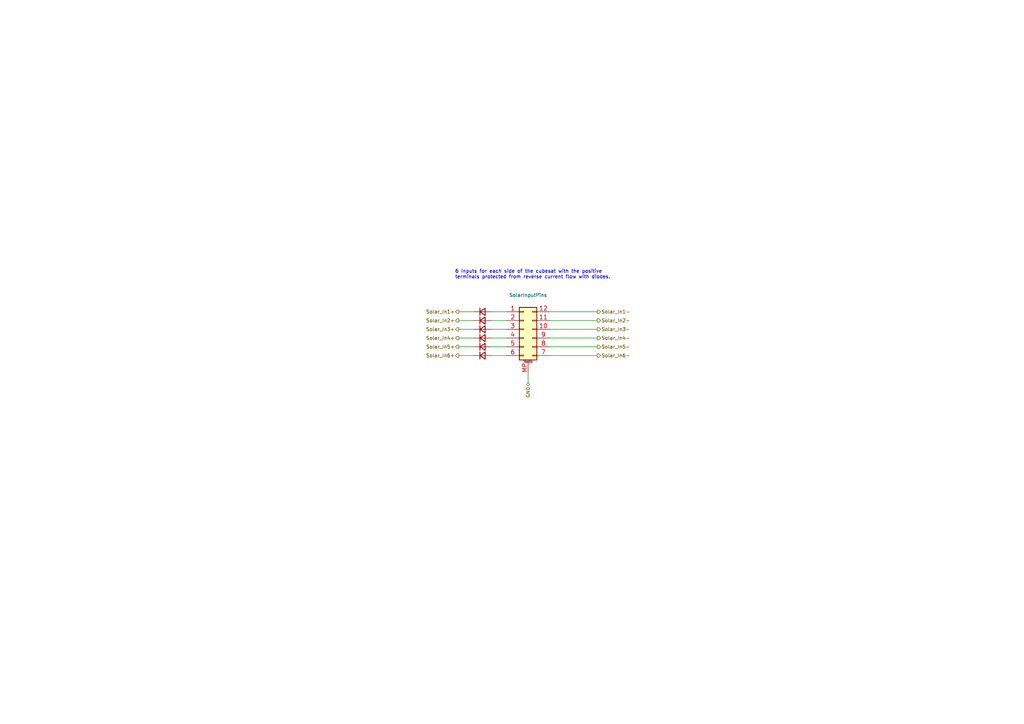
<source format=kicad_sch>
(kicad_sch (version 20211123) (generator eeschema)

  (uuid 106f48eb-889d-4533-bb01-344e24096e77)

  (paper "A4")

  (lib_symbols
    (symbol "Connector_Generic_MountingPin:Conn_02x06_Counter_Clockwise_MountingPin" (pin_names (offset 1.016) hide) (in_bom yes) (on_board yes)
      (property "Reference" "J" (id 0) (at 1.27 7.62 0)
        (effects (font (size 1.27 1.27)))
      )
      (property "Value" "Conn_02x06_Counter_Clockwise_MountingPin" (id 1) (at 2.54 -10.16 0)
        (effects (font (size 1.27 1.27)) (justify left))
      )
      (property "Footprint" "" (id 2) (at 0 0 0)
        (effects (font (size 1.27 1.27)) hide)
      )
      (property "Datasheet" "~" (id 3) (at 0 0 0)
        (effects (font (size 1.27 1.27)) hide)
      )
      (property "ki_keywords" "connector" (id 4) (at 0 0 0)
        (effects (font (size 1.27 1.27)) hide)
      )
      (property "ki_description" "Generic connectable mounting pin connector, double row, 02x06, counter clockwise pin numbering scheme (similar to DIP packge numbering), script generated (kicad-library-utils/schlib/autogen/connector/)" (id 5) (at 0 0 0)
        (effects (font (size 1.27 1.27)) hide)
      )
      (property "ki_fp_filters" "Connector*:*_2x??-1MP*" (id 6) (at 0 0 0)
        (effects (font (size 1.27 1.27)) hide)
      )
      (symbol "Conn_02x06_Counter_Clockwise_MountingPin_1_1"
        (rectangle (start -1.27 -7.493) (end 0 -7.747)
          (stroke (width 0.1524) (type default) (color 0 0 0 0))
          (fill (type none))
        )
        (rectangle (start -1.27 -4.953) (end 0 -5.207)
          (stroke (width 0.1524) (type default) (color 0 0 0 0))
          (fill (type none))
        )
        (rectangle (start -1.27 -2.413) (end 0 -2.667)
          (stroke (width 0.1524) (type default) (color 0 0 0 0))
          (fill (type none))
        )
        (rectangle (start -1.27 0.127) (end 0 -0.127)
          (stroke (width 0.1524) (type default) (color 0 0 0 0))
          (fill (type none))
        )
        (rectangle (start -1.27 2.667) (end 0 2.413)
          (stroke (width 0.1524) (type default) (color 0 0 0 0))
          (fill (type none))
        )
        (rectangle (start -1.27 5.207) (end 0 4.953)
          (stroke (width 0.1524) (type default) (color 0 0 0 0))
          (fill (type none))
        )
        (rectangle (start -1.27 6.35) (end 3.81 -8.89)
          (stroke (width 0.254) (type default) (color 0 0 0 0))
          (fill (type background))
        )
        (polyline
          (pts
            (xy 0.254 -9.652)
            (xy 2.286 -9.652)
          )
          (stroke (width 0.1524) (type default) (color 0 0 0 0))
          (fill (type none))
        )
        (rectangle (start 3.81 -7.493) (end 2.54 -7.747)
          (stroke (width 0.1524) (type default) (color 0 0 0 0))
          (fill (type none))
        )
        (rectangle (start 3.81 -4.953) (end 2.54 -5.207)
          (stroke (width 0.1524) (type default) (color 0 0 0 0))
          (fill (type none))
        )
        (rectangle (start 3.81 -2.413) (end 2.54 -2.667)
          (stroke (width 0.1524) (type default) (color 0 0 0 0))
          (fill (type none))
        )
        (rectangle (start 3.81 0.127) (end 2.54 -0.127)
          (stroke (width 0.1524) (type default) (color 0 0 0 0))
          (fill (type none))
        )
        (rectangle (start 3.81 2.667) (end 2.54 2.413)
          (stroke (width 0.1524) (type default) (color 0 0 0 0))
          (fill (type none))
        )
        (rectangle (start 3.81 5.207) (end 2.54 4.953)
          (stroke (width 0.1524) (type default) (color 0 0 0 0))
          (fill (type none))
        )
        (text "Mounting" (at 1.27 -9.271 0)
          (effects (font (size 0.381 0.381)))
        )
        (pin passive line (at -5.08 5.08 0) (length 3.81)
          (name "Pin_1" (effects (font (size 1.27 1.27))))
          (number "1" (effects (font (size 1.27 1.27))))
        )
        (pin passive line (at 7.62 0 180) (length 3.81)
          (name "Pin_10" (effects (font (size 1.27 1.27))))
          (number "10" (effects (font (size 1.27 1.27))))
        )
        (pin passive line (at 7.62 2.54 180) (length 3.81)
          (name "Pin_11" (effects (font (size 1.27 1.27))))
          (number "11" (effects (font (size 1.27 1.27))))
        )
        (pin passive line (at 7.62 5.08 180) (length 3.81)
          (name "Pin_12" (effects (font (size 1.27 1.27))))
          (number "12" (effects (font (size 1.27 1.27))))
        )
        (pin passive line (at -5.08 2.54 0) (length 3.81)
          (name "Pin_2" (effects (font (size 1.27 1.27))))
          (number "2" (effects (font (size 1.27 1.27))))
        )
        (pin passive line (at -5.08 0 0) (length 3.81)
          (name "Pin_3" (effects (font (size 1.27 1.27))))
          (number "3" (effects (font (size 1.27 1.27))))
        )
        (pin passive line (at -5.08 -2.54 0) (length 3.81)
          (name "Pin_4" (effects (font (size 1.27 1.27))))
          (number "4" (effects (font (size 1.27 1.27))))
        )
        (pin passive line (at -5.08 -5.08 0) (length 3.81)
          (name "Pin_5" (effects (font (size 1.27 1.27))))
          (number "5" (effects (font (size 1.27 1.27))))
        )
        (pin passive line (at -5.08 -7.62 0) (length 3.81)
          (name "Pin_6" (effects (font (size 1.27 1.27))))
          (number "6" (effects (font (size 1.27 1.27))))
        )
        (pin passive line (at 7.62 -7.62 180) (length 3.81)
          (name "Pin_7" (effects (font (size 1.27 1.27))))
          (number "7" (effects (font (size 1.27 1.27))))
        )
        (pin passive line (at 7.62 -5.08 180) (length 3.81)
          (name "Pin_8" (effects (font (size 1.27 1.27))))
          (number "8" (effects (font (size 1.27 1.27))))
        )
        (pin passive line (at 7.62 -2.54 180) (length 3.81)
          (name "Pin_9" (effects (font (size 1.27 1.27))))
          (number "9" (effects (font (size 1.27 1.27))))
        )
        (pin passive line (at 1.27 -12.7 90) (length 3.048)
          (name "MountPin" (effects (font (size 1.27 1.27))))
          (number "MP" (effects (font (size 1.27 1.27))))
        )
      )
    )
    (symbol "Device:D_Small" (pin_numbers hide) (pin_names (offset 0.254) hide) (in_bom yes) (on_board yes)
      (property "Reference" "D" (id 0) (at -1.27 2.032 0)
        (effects (font (size 1.27 1.27)) (justify left))
      )
      (property "Value" "D_Small" (id 1) (at -3.81 -2.032 0)
        (effects (font (size 1.27 1.27)) (justify left))
      )
      (property "Footprint" "" (id 2) (at 0 0 90)
        (effects (font (size 1.27 1.27)) hide)
      )
      (property "Datasheet" "~" (id 3) (at 0 0 90)
        (effects (font (size 1.27 1.27)) hide)
      )
      (property "ki_keywords" "diode" (id 4) (at 0 0 0)
        (effects (font (size 1.27 1.27)) hide)
      )
      (property "ki_description" "Diode, small symbol" (id 5) (at 0 0 0)
        (effects (font (size 1.27 1.27)) hide)
      )
      (property "ki_fp_filters" "TO-???* *_Diode_* *SingleDiode* D_*" (id 6) (at 0 0 0)
        (effects (font (size 1.27 1.27)) hide)
      )
      (symbol "D_Small_0_1"
        (polyline
          (pts
            (xy -0.762 -1.016)
            (xy -0.762 1.016)
          )
          (stroke (width 0.254) (type default) (color 0 0 0 0))
          (fill (type none))
        )
        (polyline
          (pts
            (xy -0.762 0)
            (xy 0.762 0)
          )
          (stroke (width 0) (type default) (color 0 0 0 0))
          (fill (type none))
        )
        (polyline
          (pts
            (xy 0.762 -1.016)
            (xy -0.762 0)
            (xy 0.762 1.016)
            (xy 0.762 -1.016)
          )
          (stroke (width 0.254) (type default) (color 0 0 0 0))
          (fill (type none))
        )
      )
      (symbol "D_Small_1_1"
        (pin passive line (at -2.54 0 0) (length 1.778)
          (name "K" (effects (font (size 1.27 1.27))))
          (number "1" (effects (font (size 1.27 1.27))))
        )
        (pin passive line (at 2.54 0 180) (length 1.778)
          (name "A" (effects (font (size 1.27 1.27))))
          (number "2" (effects (font (size 1.27 1.27))))
        )
      )
    )
  )


  (wire (pts (xy 142.494 90.424) (xy 146.812 90.424))
    (stroke (width 0) (type default) (color 0 0 0 0))
    (uuid 0007e6f5-ad9a-4848-9892-60b937c244a1)
  )
  (wire (pts (xy 153.162 108.204) (xy 153.162 110.998))
    (stroke (width 0) (type default) (color 0 0 0 0))
    (uuid 2e886aba-90d1-4427-9ed6-dfc77d460eae)
  )
  (wire (pts (xy 133.096 92.964) (xy 137.414 92.964))
    (stroke (width 0) (type default) (color 0 0 0 0))
    (uuid 3546dd38-9a5a-4add-b672-2778c2b2c329)
  )
  (wire (pts (xy 173.228 95.504) (xy 159.512 95.504))
    (stroke (width 0) (type default) (color 0 0 0 0))
    (uuid 369a0b24-b9d1-4a6f-b0a0-66563381417d)
  )
  (wire (pts (xy 173.228 100.584) (xy 159.512 100.584))
    (stroke (width 0) (type default) (color 0 0 0 0))
    (uuid 46713bb8-6013-4d8c-a03e-5e2d8544fd74)
  )
  (wire (pts (xy 142.494 100.584) (xy 146.812 100.584))
    (stroke (width 0) (type default) (color 0 0 0 0))
    (uuid 52cb6857-2493-4706-8355-20a2ca695a6b)
  )
  (wire (pts (xy 142.494 103.124) (xy 146.812 103.124))
    (stroke (width 0) (type default) (color 0 0 0 0))
    (uuid 6a5ff3af-8b90-4277-994f-a3d9c5f467b9)
  )
  (wire (pts (xy 142.494 92.964) (xy 146.812 92.964))
    (stroke (width 0) (type default) (color 0 0 0 0))
    (uuid 87f6d096-5793-4747-abaa-03cdbe798136)
  )
  (wire (pts (xy 133.096 103.124) (xy 137.414 103.124))
    (stroke (width 0) (type default) (color 0 0 0 0))
    (uuid 9d81d95c-5078-4273-9818-6f0eefcf5392)
  )
  (wire (pts (xy 173.228 98.044) (xy 159.512 98.044))
    (stroke (width 0) (type default) (color 0 0 0 0))
    (uuid a63c6670-0bd9-4690-9e33-ddf1bc3178c3)
  )
  (wire (pts (xy 173.228 103.124) (xy 159.512 103.124))
    (stroke (width 0) (type default) (color 0 0 0 0))
    (uuid ac1f617d-5f6b-4011-9ba2-ba145c02783c)
  )
  (wire (pts (xy 133.096 98.044) (xy 137.414 98.044))
    (stroke (width 0) (type default) (color 0 0 0 0))
    (uuid b0688afd-04ef-460a-96a5-882bc5831af0)
  )
  (wire (pts (xy 142.494 98.044) (xy 146.812 98.044))
    (stroke (width 0) (type default) (color 0 0 0 0))
    (uuid ca52673d-8cb1-4f13-a95e-b9edc4be132b)
  )
  (wire (pts (xy 173.228 92.964) (xy 159.512 92.964))
    (stroke (width 0) (type default) (color 0 0 0 0))
    (uuid cb86b11f-c4b7-46f0-a3c8-d7b8474868aa)
  )
  (wire (pts (xy 133.096 90.424) (xy 137.414 90.424))
    (stroke (width 0) (type default) (color 0 0 0 0))
    (uuid d10e51b2-a36d-4118-9d11-89e3a234d3b9)
  )
  (wire (pts (xy 133.096 100.584) (xy 137.414 100.584))
    (stroke (width 0) (type default) (color 0 0 0 0))
    (uuid db2a9e69-7443-43a0-aa57-078d604e2a9d)
  )
  (wire (pts (xy 173.228 90.424) (xy 159.512 90.424))
    (stroke (width 0) (type default) (color 0 0 0 0))
    (uuid e5b99eb7-1a4f-409e-be9c-aa1611e6872f)
  )
  (wire (pts (xy 133.096 95.504) (xy 137.414 95.504))
    (stroke (width 0) (type default) (color 0 0 0 0))
    (uuid f49c07ee-4875-4029-8d68-64b0e312b306)
  )
  (wire (pts (xy 142.494 95.504) (xy 146.812 95.504))
    (stroke (width 0) (type default) (color 0 0 0 0))
    (uuid f9d2cd2d-395a-4879-b228-29d1af54f8be)
  )

  (text "6 Inputs for each side of the cubesat with the positive \nterminals protected from reverse current flow with diodes."
    (at 131.953 81.026 0)
    (effects (font (size 1 1)) (justify left bottom))
    (uuid af4c117a-222f-47f6-a5e3-74aff316f4ca)
  )

  (hierarchical_label "Solar_In4-" (shape output) (at 173.228 98.044 0)
    (effects (font (size 1 1)) (justify left))
    (uuid 194eba0f-7240-42a4-b1a8-90a440f055f9)
  )
  (hierarchical_label "Solar_In3-" (shape output) (at 173.228 95.504 0)
    (effects (font (size 1 1)) (justify left))
    (uuid 43e79c42-93bb-49f7-aa3e-30f8b0021d4a)
  )
  (hierarchical_label "Solar_In6-" (shape output) (at 173.228 103.124 0)
    (effects (font (size 1 1)) (justify left))
    (uuid 576dc952-bff8-4f95-b30c-19b56001b83f)
  )
  (hierarchical_label "Solar_In2-" (shape output) (at 173.228 92.964 0)
    (effects (font (size 1 1)) (justify left))
    (uuid 5e0db56b-9a17-478a-a918-a065c8bf2944)
  )
  (hierarchical_label "Solar_In5-" (shape output) (at 173.228 100.584 0)
    (effects (font (size 1 1)) (justify left))
    (uuid 62fa1db5-2bc9-4576-a4fe-e60b7e1bb363)
  )
  (hierarchical_label "GND" (shape bidirectional) (at 153.162 110.998 270)
    (effects (font (size 1 1)) (justify right))
    (uuid 6f51c567-31c4-4b6e-9f76-51b51241626d)
  )
  (hierarchical_label "Solar_In1+" (shape output) (at 133.096 90.424 180)
    (effects (font (size 1 1)) (justify right))
    (uuid 7cadf606-ff23-4dff-94a1-d990cc9e8b6f)
  )
  (hierarchical_label "Solar_In4+" (shape output) (at 133.096 98.044 180)
    (effects (font (size 1 1)) (justify right))
    (uuid a9a87684-4b39-42b8-a3f6-b4bbf3a4ae67)
  )
  (hierarchical_label "Solar_In6+" (shape output) (at 133.096 103.124 180)
    (effects (font (size 1 1)) (justify right))
    (uuid bb023652-6795-4ede-84c3-40f3c889a388)
  )
  (hierarchical_label "Solar_In2+" (shape output) (at 133.096 92.964 180)
    (effects (font (size 1 1)) (justify right))
    (uuid c00e7e06-42ba-4645-9a20-e5697067c102)
  )
  (hierarchical_label "Solar_In5+" (shape output) (at 133.096 100.584 180)
    (effects (font (size 1 1)) (justify right))
    (uuid e0a2c206-61bb-4456-8c43-fbab904a39af)
  )
  (hierarchical_label "Solar_In3+" (shape output) (at 133.096 95.504 180)
    (effects (font (size 1 1)) (justify right))
    (uuid f6c46a9b-aa32-4406-b06d-9700181b648a)
  )
  (hierarchical_label "Solar_In1-" (shape output) (at 173.228 90.424 0)
    (effects (font (size 1 1)) (justify left))
    (uuid fde56c40-f266-4603-b75a-37d6b0b75691)
  )

  (symbol (lib_id "Device:D_Small") (at 139.954 90.424 0) (unit 1)
    (in_bom yes) (on_board yes)
    (uuid 2f38bbb5-9e3a-4e80-a4dc-96d7aad8b134)
    (property "Reference" "D1" (id 0) (at 139.827 86.487 0)
      (effects (font (size 1 1)) hide)
    )
    (property "Value" "" (id 1) (at 139.954 88.265 0)
      (effects (font (size 1 1)) hide)
    )
    (property "Footprint" "" (id 2) (at 139.954 90.424 90)
      (effects (font (size 1.27 1.27)) hide)
    )
    (property "Datasheet" "~" (id 3) (at 139.954 90.424 90)
      (effects (font (size 1.27 1.27)) hide)
    )
    (pin "1" (uuid 52e336a4-48ce-4d6d-9dbb-526f9b67296a))
    (pin "2" (uuid 2840e766-4010-497f-a683-278be4df77b9))
  )

  (symbol (lib_id "Connector_Generic_MountingPin:Conn_02x06_Counter_Clockwise_MountingPin") (at 151.892 95.504 0) (unit 1)
    (in_bom yes) (on_board yes)
    (uuid 411f35e4-67c0-4f16-949c-8d9ceec7c473)
    (property "Reference" "SolarInputPins" (id 0) (at 153.162 85.598 0)
      (effects (font (size 1 1)))
    )
    (property "Value" "" (id 1) (at 153.289 84.074 0)
      (effects (font (size 1 1)) hide)
    )
    (property "Footprint" "" (id 2) (at 151.892 95.504 0)
      (effects (font (size 1.27 1.27)) hide)
    )
    (property "Datasheet" "~" (id 3) (at 151.892 95.504 0)
      (effects (font (size 1.27 1.27)) hide)
    )
    (pin "1" (uuid 44b9e437-ef01-4e07-b8b8-5640949b6607))
    (pin "10" (uuid d0b7557e-95a7-4ff0-8475-f63974722e9a))
    (pin "11" (uuid 52805042-1d20-4123-9469-e23c62600804))
    (pin "12" (uuid 35142f15-f6d9-4c5c-811d-1b1d56d8ef5b))
    (pin "2" (uuid 7429bde9-fe68-4e42-beea-2c2833f8c365))
    (pin "3" (uuid d4d3366e-f1ea-4922-adf2-41fa7dbb4b24))
    (pin "4" (uuid a535654f-aea5-43c9-9ab8-783ef20dcacc))
    (pin "5" (uuid f8442edc-3dd0-4ea7-a945-4ffce19e1fb1))
    (pin "6" (uuid 32a54804-75d5-42bd-a73c-9926aaef52c9))
    (pin "7" (uuid 05385659-699b-40e2-b69b-fd3bbb6e8474))
    (pin "8" (uuid 5666c7ae-aef3-4a86-974b-732a721acfd4))
    (pin "9" (uuid 29100c3f-33d2-4696-bddc-46a0117242b1))
    (pin "MP" (uuid 0d958da2-dcf1-4706-a7ba-d430bfe6b3ab))
  )

  (symbol (lib_id "Device:D_Small") (at 139.954 103.124 0) (unit 1)
    (in_bom yes) (on_board yes)
    (uuid 5dd3a851-d412-45a1-86ea-fe5d38347b20)
    (property "Reference" "D?" (id 0) (at 139.827 99.187 0)
      (effects (font (size 1 1)) hide)
    )
    (property "Value" "D_Small" (id 1) (at 139.954 100.965 0)
      (effects (font (size 1 1)) hide)
    )
    (property "Footprint" "" (id 2) (at 139.954 103.124 90)
      (effects (font (size 1.27 1.27)) hide)
    )
    (property "Datasheet" "~" (id 3) (at 139.954 103.124 90)
      (effects (font (size 1.27 1.27)) hide)
    )
    (pin "1" (uuid dc4b208f-87ce-475d-bba4-a73973249bb2))
    (pin "2" (uuid c82b4400-e056-4239-b168-0930f5e09eaa))
  )

  (symbol (lib_id "Device:D_Small") (at 139.954 100.584 0) (unit 1)
    (in_bom yes) (on_board yes)
    (uuid 651bc2af-70d6-4e0e-a865-3c29ef5a6a2b)
    (property "Reference" "D?" (id 0) (at 139.827 96.647 0)
      (effects (font (size 1 1)) hide)
    )
    (property "Value" "D_Small" (id 1) (at 139.954 98.425 0)
      (effects (font (size 1 1)) hide)
    )
    (property "Footprint" "" (id 2) (at 139.954 100.584 90)
      (effects (font (size 1.27 1.27)) hide)
    )
    (property "Datasheet" "~" (id 3) (at 139.954 100.584 90)
      (effects (font (size 1.27 1.27)) hide)
    )
    (pin "1" (uuid 1a2f464f-97b9-45e5-8b0f-3cdaa27670cd))
    (pin "2" (uuid 259f3bbe-b5fe-4a23-b8a5-4151f1c52b79))
  )

  (symbol (lib_id "Device:D_Small") (at 139.954 92.964 0) (unit 1)
    (in_bom yes) (on_board yes)
    (uuid a5399a40-de2d-4ad3-89ea-f2197dd1f29e)
    (property "Reference" "D?" (id 0) (at 139.827 89.027 0)
      (effects (font (size 1 1)) hide)
    )
    (property "Value" "D_Small" (id 1) (at 139.954 90.805 0)
      (effects (font (size 1 1)) hide)
    )
    (property "Footprint" "" (id 2) (at 139.954 92.964 90)
      (effects (font (size 1.27 1.27)) hide)
    )
    (property "Datasheet" "~" (id 3) (at 139.954 92.964 90)
      (effects (font (size 1.27 1.27)) hide)
    )
    (pin "1" (uuid 4873e161-c585-4ca2-b5d2-ebac10af84c2))
    (pin "2" (uuid d8b16b01-670a-4d1e-b8ed-79d279cf5ca5))
  )

  (symbol (lib_id "Device:D_Small") (at 139.954 95.504 0) (unit 1)
    (in_bom yes) (on_board yes)
    (uuid b25ad3c4-493b-403f-99b9-d2d28e431c9c)
    (property "Reference" "D?" (id 0) (at 139.827 91.567 0)
      (effects (font (size 1 1)) hide)
    )
    (property "Value" "D_Small" (id 1) (at 139.954 93.345 0)
      (effects (font (size 1 1)) hide)
    )
    (property "Footprint" "" (id 2) (at 139.954 95.504 90)
      (effects (font (size 1.27 1.27)) hide)
    )
    (property "Datasheet" "~" (id 3) (at 139.954 95.504 90)
      (effects (font (size 1.27 1.27)) hide)
    )
    (pin "1" (uuid 34677a1a-35b1-4d4c-ae2d-68710e03eacc))
    (pin "2" (uuid 396579f6-8cf0-4f15-b1bc-b3e267317ac8))
  )

  (symbol (lib_id "Device:D_Small") (at 139.954 98.044 0) (unit 1)
    (in_bom yes) (on_board yes)
    (uuid bbbe6073-e1f2-4cfe-9450-d4cd87e50950)
    (property "Reference" "D?" (id 0) (at 139.827 94.107 0)
      (effects (font (size 1 1)) hide)
    )
    (property "Value" "D_Small" (id 1) (at 139.954 95.885 0)
      (effects (font (size 1 1)) hide)
    )
    (property "Footprint" "" (id 2) (at 139.954 98.044 90)
      (effects (font (size 1.27 1.27)) hide)
    )
    (property "Datasheet" "~" (id 3) (at 139.954 98.044 90)
      (effects (font (size 1.27 1.27)) hide)
    )
    (pin "1" (uuid 1acbf004-08dd-4baf-81e6-7134d2890f6d))
    (pin "2" (uuid ff89d7f3-4e54-42a0-a84c-d29071e8d413))
  )
)

</source>
